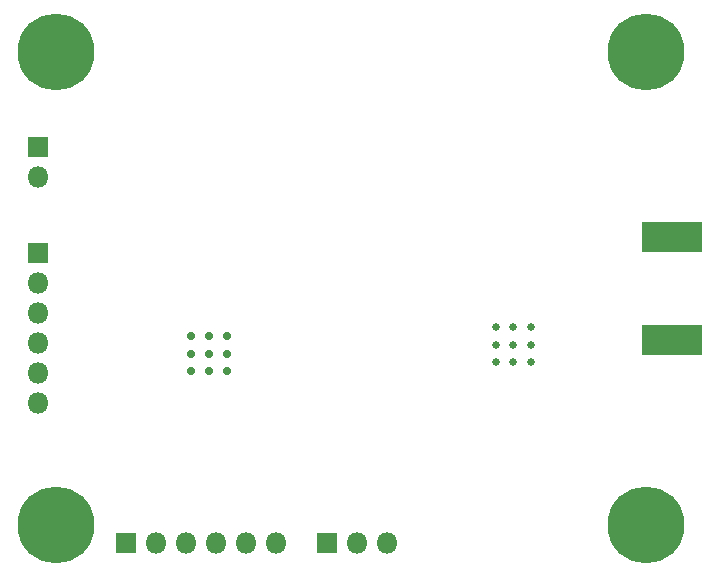
<source format=gbs>
G04 #@! TF.GenerationSoftware,KiCad,Pcbnew,(5.1.0-0)*
G04 #@! TF.CreationDate,2019-09-18T13:26:03-04:00*
G04 #@! TF.ProjectId,openlst-hw,6f70656e-6c73-4742-9d68-772e6b696361,1*
G04 #@! TF.SameCoordinates,Original*
G04 #@! TF.FileFunction,Soldermask,Bot*
G04 #@! TF.FilePolarity,Negative*
%FSLAX46Y46*%
G04 Gerber Fmt 4.6, Leading zero omitted, Abs format (unit mm)*
G04 Created by KiCad (PCBNEW (5.1.0-0)) date 2019-09-18 13:26:03*
%MOMM*%
%LPD*%
G04 APERTURE LIST*
%ADD10R,1.801600X1.801600*%
%ADD11O,1.801600X1.801600*%
%ADD12C,0.711200*%
%ADD13C,0.660400*%
%ADD14R,5.181600X2.521600*%
%ADD15C,6.501600*%
%ADD16C,0.901600*%
G04 APERTURE END LIST*
D10*
X117000000Y-60500000D03*
D11*
X117000000Y-63040000D03*
X117000000Y-65580000D03*
X117000000Y-68120000D03*
X117000000Y-70660000D03*
X117000000Y-73200000D03*
D12*
X131500000Y-70500000D03*
X133000000Y-70500000D03*
X133000000Y-67500000D03*
X131500000Y-67500000D03*
X130000000Y-67500000D03*
X130000000Y-70500000D03*
X133000000Y-69000000D03*
X131500000Y-69000000D03*
X130000000Y-69000000D03*
D13*
X158750000Y-69750000D03*
X158750000Y-68250000D03*
X157250000Y-68250000D03*
X155750000Y-68250000D03*
X158750000Y-66750000D03*
X157250000Y-66750000D03*
X155750000Y-66750000D03*
X155750000Y-69750000D03*
X157250000Y-69750000D03*
D10*
X117000000Y-51500000D03*
D11*
X117000000Y-54040000D03*
D10*
X124500000Y-85000000D03*
D11*
X127040000Y-85000000D03*
X129580000Y-85000000D03*
X132120000Y-85000000D03*
X134660000Y-85000000D03*
X137200000Y-85000000D03*
D10*
X141500000Y-85000000D03*
D11*
X144040000Y-85000000D03*
X146580000Y-85000000D03*
D14*
X170720000Y-67880000D03*
X170720000Y-59120000D03*
D15*
X118500000Y-83500000D03*
D16*
X120900000Y-83500000D03*
X120197056Y-85197056D03*
X118500000Y-85900000D03*
X116802944Y-85197056D03*
X116100000Y-83500000D03*
X116802944Y-81802944D03*
X118500000Y-81100000D03*
X120197056Y-81802944D03*
D15*
X118500000Y-43500000D03*
D16*
X120900000Y-43500000D03*
X120197056Y-45197056D03*
X118500000Y-45900000D03*
X116802944Y-45197056D03*
X116100000Y-43500000D03*
X116802944Y-41802944D03*
X118500000Y-41100000D03*
X120197056Y-41802944D03*
D15*
X168500000Y-43500000D03*
D16*
X170900000Y-43500000D03*
X170197056Y-45197056D03*
X168500000Y-45900000D03*
X166802944Y-45197056D03*
X166100000Y-43500000D03*
X166802944Y-41802944D03*
X168500000Y-41100000D03*
X170197056Y-41802944D03*
D15*
X168500000Y-83500000D03*
D16*
X170900000Y-83500000D03*
X170197056Y-85197056D03*
X168500000Y-85900000D03*
X166802944Y-85197056D03*
X166100000Y-83500000D03*
X166802944Y-81802944D03*
X168500000Y-81100000D03*
X170197056Y-81802944D03*
M02*

</source>
